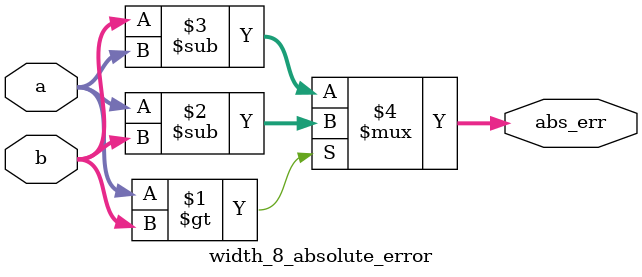
<source format=v>
module width_8_absolute_error(a, b, abs_err);
parameter _bit = 8;
input [_bit - 1: 0] a;
input [_bit - 1: 0] b;
output reg [_bit - 1: 0] abs_err;
assign abs_err = (a > b)? (a - b): (b - a);
endmodule

</source>
